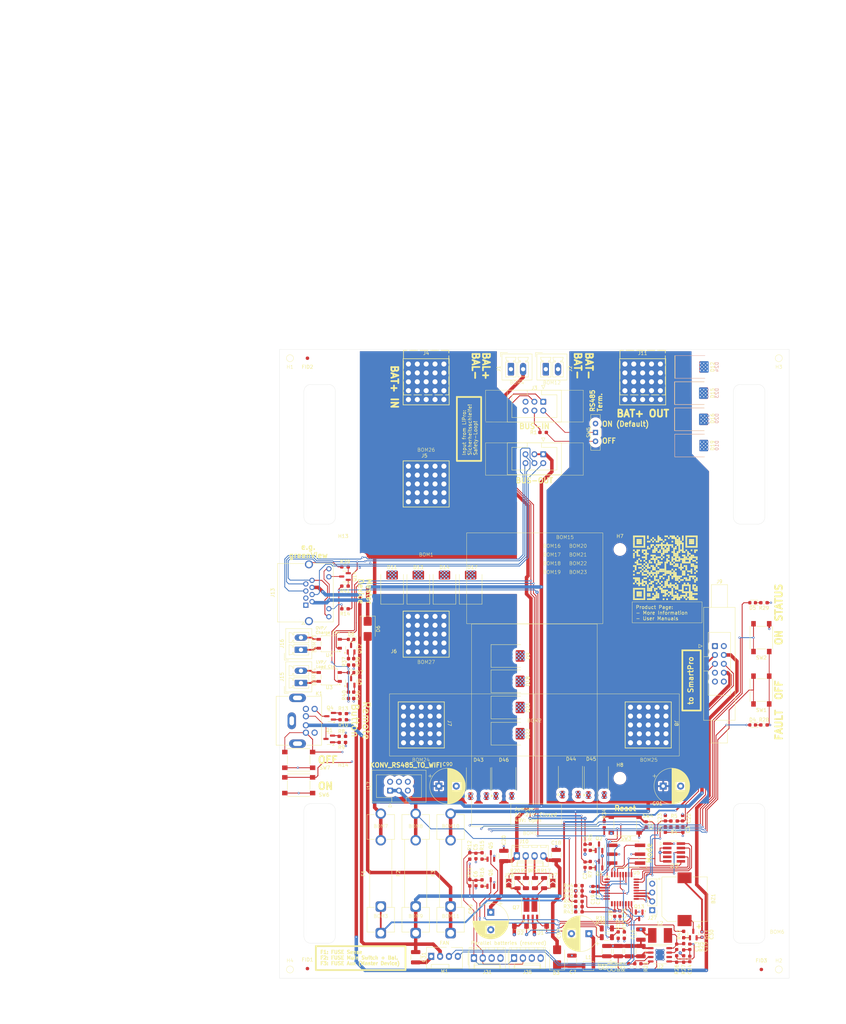
<source format=kicad_pcb>
(kicad_pcb
	(version 20241229)
	(generator "pcbnew")
	(generator_version "9.0")
	(general
		(thickness 1.627)
		(legacy_teardrops no)
	)
	(paper "A3" portrait)
	(layers
		(0 "F.Cu" signal)
		(4 "In1.Cu" signal)
		(6 "In2.Cu" signal)
		(8 "In3.Cu" signal)
		(10 "In4.Cu" signal)
		(2 "B.Cu" signal)
		(9 "F.Adhes" user "F.Adhesive")
		(11 "B.Adhes" user "B.Adhesive")
		(13 "F.Paste" user)
		(15 "B.Paste" user)
		(5 "F.SilkS" user "F.Silkscreen")
		(7 "B.SilkS" user "B.Silkscreen")
		(1 "F.Mask" user)
		(3 "B.Mask" user)
		(17 "Dwgs.User" user "User.Drawings")
		(19 "Cmts.User" user "User.Comments")
		(21 "Eco1.User" user "User.Eco1")
		(23 "Eco2.User" user "User.Eco2")
		(25 "Edge.Cuts" user)
		(27 "Margin" user)
		(31 "F.CrtYd" user "F.Courtyard")
		(29 "B.CrtYd" user "B.Courtyard")
		(35 "F.Fab" user)
		(33 "B.Fab" user)
		(39 "User.1" user)
		(41 "User.2" user)
		(43 "User.3" user)
		(45 "User.4" user)
		(47 "User.5" user)
		(49 "User.6" user)
		(51 "User.7" user)
		(53 "User.8" user)
		(55 "User.9" user)
	)
	(setup
		(stackup
			(layer "F.SilkS"
				(type "Top Silk Screen")
			)
			(layer "F.Paste"
				(type "Top Solder Paste")
			)
			(layer "F.Mask"
				(type "Top Solder Mask")
				(thickness 0.01)
			)
			(layer "F.Cu"
				(type "copper")
				(thickness 0.07)
			)
			(layer "dielectric 1"
				(type "prepreg")
				(thickness 0.1)
				(material "FR4")
				(epsilon_r 4.5)
				(loss_tangent 0.02)
			)
			(layer "In1.Cu"
				(type "copper")
				(thickness 0.07)
			)
			(layer "dielectric 2"
				(type "core")
				(thickness 0.4785)
				(material "FR4")
				(epsilon_r 4.5)
				(loss_tangent 0.02)
			)
			(layer "In2.Cu"
				(type "copper")
				(thickness 0.07)
			)
			(layer "dielectric 3"
				(type "prepreg")
				(thickness 0.1)
				(material "FR4")
				(epsilon_r 4.5)
				(loss_tangent 0.02)
			)
			(layer "In3.Cu"
				(type "copper")
				(thickness 0.035)
			)
			(layer "dielectric 4"
				(type "core")
				(thickness 0.4785)
				(material "FR4")
				(epsilon_r 4.5)
				(loss_tangent 0.02)
			)
			(layer "In4.Cu"
				(type "copper")
				(thickness 0.035)
			)
			(layer "dielectric 5"
				(type "prepreg")
				(thickness 0.1)
				(material "FR4")
				(epsilon_r 4.5)
				(loss_tangent 0.02)
			)
			(layer "B.Cu"
				(type "copper")
				(thickness 0.07)
			)
			(layer "B.Mask"
				(type "Bottom Solder Mask")
				(thickness 0.01)
			)
			(layer "B.Paste"
				(type "Bottom Solder Paste")
			)
			(layer "B.SilkS"
				(type "Bottom Silk Screen")
			)
			(copper_finish "None")
			(dielectric_constraints no)
		)
		(pad_to_mask_clearance 0)
		(allow_soldermask_bridges_in_footprints no)
		(tenting front back)
		(aux_axis_origin 100 120)
		(grid_origin 173 120)
		(pcbplotparams
			(layerselection 0x00000000_00000000_55555555_5755f5ff)
			(plot_on_all_layers_selection 0x00000000_00000000_00000000_00000000)
			(disableapertmacros no)
			(usegerberextensions no)
			(usegerberattributes yes)
			(usegerberadvancedattributes yes)
			(creategerberjobfile yes)
			(dashed_line_dash_ratio 12.000000)
			(dashed_line_gap_ratio 3.000000)
			(svgprecision 4)
			(plotframeref no)
			(mode 1)
			(useauxorigin no)
			(hpglpennumber 1)
			(hpglpenspeed 20)
			(hpglpendiameter 15.000000)
			(pdf_front_fp_property_popups yes)
			(pdf_back_fp_property_popups yes)
			(pdf_metadata yes)
			(pdf_single_document no)
			(dxfpolygonmode yes)
			(dxfimperialunits yes)
			(dxfusepcbnewfont yes)
			(psnegative no)
			(psa4output no)
			(plot_black_and_white yes)
			(plotinvisibletext no)
			(sketchpadsonfab no)
			(plotpadnumbers no)
			(hidednponfab no)
			(sketchdnponfab yes)
			(crossoutdnponfab yes)
			(subtractmaskfromsilk no)
			(outputformat 1)
			(mirror no)
			(drillshape 1)
			(scaleselection 1)
			(outputdirectory "")
		)
	)
	(net 0 "")
	(net 1 "GND")
	(net 2 "Net-(J10-Pin_3)")
	(net 3 "VCC")
	(net 4 "Net-(Q3-B)")
	(net 5 "/RESET")
	(net 6 "/SET")
	(net 7 "/Ub_FUSED")
	(net 8 "Net-(D3-K)")
	(net 9 "Net-(SW5-A)")
	(net 10 "/BMS_OK")
	(net 11 "Net-(U2-VIN)")
	(net 12 "Net-(U2-BST)")
	(net 13 "Net-(U2-SW)")
	(net 14 "Net-(C14-Pad1)")
	(net 15 "Net-(Q4-B)")
	(net 16 "Net-(U2-FB)")
	(net 17 "/B")
	(net 18 "/A")
	(net 19 "Net-(J10-Pin_2)")
	(net 20 "/BTN_ON")
	(net 21 "/BTN_OFF")
	(net 22 "/control/SWCLK")
	(net 23 "Net-(J12-~{RESET})")
	(net 24 "Net-(Q5-B)")
	(net 25 "/control/SWDIO")
	(net 26 "unconnected-(J12-KEY-Pad7)")
	(net 27 "Net-(JP8-A)")
	(net 28 "Net-(Q1-B)")
	(net 29 "/LVP")
	(net 30 "/OVP")
	(net 31 "Net-(Q2-B)")
	(net 32 "Net-(Q6-B)")
	(net 33 "/LED_ERROR")
	(net 34 "/LED_ON")
	(net 35 "Net-(U2-EN{slash}UVLO)")
	(net 36 "Net-(U2-RON)")
	(net 37 "/BMS_OK_PROTECTED")
	(net 38 "/control/R2")
	(net 39 "/control/R1")
	(net 40 "/control/BTN_OFF")
	(net 41 "/control/BTN_ON")
	(net 42 "Net-(BZ1--)")
	(net 43 "unconnected-(U2-PGOOD-Pad6)")
	(net 44 "/~{OC_FAULT}")
	(net 45 "/LVP_IN")
	(net 46 "/OVP_IN")
	(net 47 "Net-(D4-K)")
	(net 48 "Net-(D5-K)")
	(net 49 "/control/RELAIS_RESET")
	(net 50 "/control/RELAIS_SET")
	(net 51 "unconnected-(J3-Pin_5-Pad5)")
	(net 52 "unconnected-(J3-Pin_6-Pad6)")
	(net 53 "Net-(J13-Pad10)")
	(net 54 "Net-(Q14-C)")
	(net 55 "/BAT+_IN")
	(net 56 "Net-(J9-Pin_3)")
	(net 57 "/BAT+_SI")
	(net 58 "/BAT+_OUT")
	(net 59 "unconnected-(J9-Pin_7-Pad7)")
	(net 60 "/B_OUT")
	(net 61 "/A_OUT")
	(net 62 "/GND_OUT")
	(net 63 "/+5V_OUT")
	(net 64 "Net-(D6-A)")
	(net 65 "/~{OC_FAULT_PROTECTED}")
	(net 66 "/VCC_FROM_EASY_SWITCH")
	(net 67 "unconnected-(SW5-C-Pad2)")
	(net 68 "Net-(D7-A)")
	(net 69 "Net-(D8-A)")
	(net 70 "Net-(D6-K)")
	(net 71 "Net-(D7-K)")
	(net 72 "Net-(D8-K)")
	(net 73 "Net-(J15-Pin_2)")
	(net 74 "Net-(J15-Pin_1)")
	(net 75 "Net-(J16-Pin_1)")
	(net 76 "Net-(J16-Pin_2)")
	(net 77 "Net-(Q1-C)")
	(net 78 "Net-(Q4-C)")
	(net 79 "Net-(Q1-E)")
	(net 80 "Net-(Q4-E)")
	(net 81 "Net-(Q9-E)")
	(net 82 "Net-(Q12-E)")
	(net 83 "Net-(Q14-E)")
	(net 84 "Net-(Q9-B)")
	(net 85 "Net-(JP7-A)")
	(net 86 "Net-(R17-Pad1)")
	(net 87 "Net-(R19-Pad2)")
	(net 88 "Net-(Q12-B)")
	(net 89 "Net-(Q14-B)")
	(net 90 "unconnected-(J21-Pin_4-Pad4)")
	(net 91 "unconnected-(J21-Pin_3-Pad3)")
	(net 92 "unconnected-(J25-Pin_3-Pad3)")
	(net 93 "unconnected-(J25-Pin_4-Pad4)")
	(net 94 "/control/ADC1_IN3_U_IN")
	(net 95 "/control/ADC1_IN4_U_OUT")
	(net 96 "/control/USART1_TX")
	(net 97 "/control/USART1_RX")
	(net 98 "/control/FAN_TACHO")
	(net 99 "Net-(M1-PWM)")
	(net 100 "Net-(Q11-B)")
	(net 101 "/control/FAN_PWM")
	(net 102 "/control/buzzer")
	(net 103 "Net-(U5-PB7)")
	(net 104 "Net-(U5-PB8)")
	(net 105 "Net-(U5-PB9)")
	(net 106 "Net-(U5-PB6)")
	(net 107 "unconnected-(U5-PA5-Pad12)")
	(net 108 "unconnected-(U5-PA2-Pad9)")
	(net 109 "unconnected-(U5-PA11-Pad22)")
	(net 110 "unconnected-(U5-PA10-Pad21)")
	(footprint "Package_SO:SO-4_4.4x4.3mm_P2.54mm" (layer "F.Cu") (at 114.25 213.75 180))
	(footprint "Capacitor_SMD:C_0603_1608Metric" (layer "F.Cu") (at 187.5 267.5 90))
	(footprint "Connector_IDC:IDC-Header_2x03_P2.54mm_Vertical" (layer "F.Cu") (at 175.54 150 -90))
	(footprint "Resistor_SMD:R_0603_1608Metric_Pad0.98x0.95mm_HandSolder" (layer "F.Cu") (at 175.5 143.75))
	(footprint "Connector:FanPinHeader_1x04_P2.54mm_Vertical" (layer "F.Cu") (at 143.45 293.75))
	(footprint "Diode_SMD:D_SMC" (layer "F.Cu") (at 147.25 188 90))
	(footprint "Capacitor_SMD:C_0603_1608Metric" (layer "F.Cu") (at 187.5 262.5 90))
	(footprint "LED_SMD:LED_0603_1608Metric" (layer "F.Cu") (at 120.5 203 180))
	(footprint "myPackage_SO:HSOP-8-1EP_3.9x4.9mm_P1.27mm_EP2.41x3.1mm_ThermalVias_0.3mm" (layer "F.Cu") (at 208.955 293.3))
	(footprint "Capacitor_SMD:C_0603_1608Metric" (layer "F.Cu") (at 156.25 272.75 90))
	(footprint "Fiducial:Fiducial_1mm_Mask3mm" (layer "F.Cu") (at 108 297.25))
	(footprint "Package_TO_SOT_SMD:SOT-23" (layer "F.Cu") (at 120.5 205.675 90))
	(footprint "Resistor_SMD:R_1206_3216Metric" (layer "F.Cu") (at 170.57 272.775 -90))
	(footprint "myBOM:BOM_PART_2x2mm" (layer "F.Cu") (at 139 265))
	(footprint "myWürthSHFU:WP-SHFU_7461098_HAL_gewinkelt" (layer "F.Cu") (at 204 129.25))
	(footprint "Resistor_SMD:R_0603_1608Metric_Pad0.98x0.95mm_HandSolder" (layer "F.Cu") (at 185.75 275))
	(footprint "Resistor_SMD:R_0603_1608Metric_Pad0.98x0.95mm_HandSolder" (layer "F.Cu") (at 198.75 287.6625 -90))
	(footprint "Connector_Phoenix_MC:PhoenixContact_MCV_1,5_2-G-3.5_1x02_P3.50mm_Vertical" (layer "F.Cu") (at 166.2675 125.6425))
	(footprint "Connector_Phoenix_MC:PhoenixContact_MCV_1,5_2-G-3.5_1x02_P3.50mm_Vertical" (layer "F.Cu") (at 106.1425 205.9825 90))
	(footprint "Capacitor_SMD:C_1210_3225Metric" (layer "F.Cu") (at 179.25 264.75 90))
	(footprint "Resistor_SMD:R_1206_3216Metric" (layer "F.Cu") (at 193.75 288.25 180))
	(footprint "Resistor_SMD:R_0603_1608Metric_Pad0.98x0.95mm_HandSolder" (layer "F.Cu") (at 238.75 192.5))
	(footprint "LED_SMD:LED_0603_1608Metric" (layer "F.Cu") (at 120.5 212.5 180))
	(footprint "Resistor_SMD:R_0603_1608Metric_Pad0.98x0.95mm_HandSolder" (layer "F.Cu") (at 118.75 182.25 180))
	(footprint "Resistor_SMD:R_0603_1608Metric_Pad0.98x0.95mm_HandSolder" (layer "F.Cu") (at 118.25 224.25))
	(footprint "Capacitor_SMD:C_1210_3225Metric" (layer "F.Cu") (at 139 294 -90))
	(footprint "myBOM:BOM_PART_2x2mm" (layer "F.Cu") (at 242.5 288.25))
	(footprint "Resistor_SMD:R_0603_1608Metric_Pad0.98x0.95mm_HandSolder" (layer "F.Cu") (at 200 296.75 -90))
	(footprint "Resistor_SMD:R_1206_3216Metric" (layer "F.Cu") (at 175.77 272.775 -90))
	(footprint "Connector_IDC:IDC-Header_2x05_P2.54mm_Latch6.5mm_Vertical"
		(layer "F.Cu")
		(uuid "2565429f-3873-49c7-8a65-801c8ef02f44")
		(at 224.71 204.92)
		(descr "Through hole IDC header, 2x05, 2.54mm pitch, DIN 41651 / IEC 60603-13, double rows, 6.5mm latches, https://docs.google.com/spreadsheets/d/16SsEcesNF15N3Lb4niX7dcUr-NY5_MFPQhobNuNppn4/edit#gid=0")
		(tags "Through hole vertical IDC header THT 2x05 2.54mm double row")
		(property "Reference" "J9"
			(at 1.27 -18.47 0)
			(layer "F.SilkS")
			(uuid "695b78bd-9953-4937-927b-f5c909ee16df")
			(effects
				(font
					(size 1 1)
					(thickness 0.15)
				)
			)
		)
		(property "Value" "Conn_02x05_Odd_Even"
			(at 1.27 28.63 0)
			(layer "F.Fab")
			(uuid "636d26fe-a218-4c00-b6f9-290b50d71cba")
			(effects
				(font
					(size 1 1)
					(thickness 0.15)
				)
			)
		)
		(property "Datasheet" ""
			(at 0 0 0)
			(unlocked yes)
			(layer "F.Fab")
			(hide yes)
			(uuid "d9b668b1-744c-4f8f-abdc-f2bc59b29c9a")
			(effects
				(font
					(size 1.27 1.27)
					(thickness 0.15)
				)
			)
		)
		(property "Description" "WANNENSTIFTLEISTE MIT VERRIEGELUNG 2X5-POL RM2,54 GERADE THT"
			(at 0 0 0)
			(unlocked yes)
			(layer "F.Fab")
			(hide yes)
			(uuid "7655bb6c-245b-47b3-ae67-19b05ad9d0b2")
			(effects
				(font
					(size 1.27 1.27)
					(thickness 0.15)
				)
			)
		)
		(property "ECS Art#" "CON436"
			(at 0 0 0)
			(unlocked yes)
			(layer "F.Fab")
			(hide yes)
			(uuid "8c6ce9a5-93db-4ae4-9e3f-49d38bb40124")
			(effects
				(font
					(size 1 1)
					(thickness 0.15)
				)
			)
		)
		(property "HAN" "61201022821"
			(at 0 0 0)
			(unlocked yes)
			(layer "F.Fab")
			(hide yes)
			(uuid "4221116c-40ef-423d-9fb0-1055f970a582")
			(effects
				(font
					(size 1 1)
					(thickness 0.15)
				)
			)
		)
		(property "Hersteller" "Würth"
			(at 0 0 0)
			(unlocked yes)
			(layer "F.Fab")
			(hide yes)
			(uuid "b42aa7b2-ee4d-4e0f-b1c3-6e3c50ccea63")
			(effects
				(font
					(size 1 1)
					(thickness 0.15)
				)
			)
		)
		(property ki_fp_filters "Connector*:*_2x??_*")
		(path "/c4c3f762-ec0b-45e6-8085-05ea1959ec66")
		(sheetname "/")
		(sheetfile "powerPro.kicad_sch")
		(attr through_hole)
		(fp_line
			(start -4.63 -0.5)
			(end -4.63 0.5)
			(stroke
				(width 0.12)
				(type solid)
			)
			(layer "F.SilkS")
			(uuid "2f37e0bd-f268-4ffe-92dd-1da9b81a8afa")
		)
		(fp_line
			(start -4.63 0.5)
			(end -3.63 0)
			(stroke
				(width 0.12)
				(type solid)
			)
			(layer "F.SilkS")
			(uuid "26c90631-64e4-4c2e-b87a-3389e34c8ec1")
		)
		(fp_line
			(start -3.63 0)
			(end -4.63 -0.5)
			(stroke
				(width 0.12)
				(type solid)
			)
			(layer "F.SilkS")
			(uuid "b53cc313-3156-4bd7-ad21-97770e7915f1")
		)
		(fp_line
			(start -3.24 -11.08)
			(end 5.78 -11.08)
			(stroke
				(width 0.12)
				(type solid)
			)
			(layer "F.SilkS")
			(uuid "e86c579c-8c8a-4f98-b7e4-cc3d892a5ac8")
		)
		(fp_line
			(start -3.24 3.03)
			(end -1.93 3.03)
			(stroke
				(width 0.12)
				(type solid)
			)
			(layer "F.SilkS")
			(uuid "423c3614-c8cb-4337-8e9d-e45d439d5707")
		)
		(fp_line
			(start -3.24 21.24)
			(end -3.24 -11.08)
			(stroke
				(width 0.12)
				(type solid)
			)
			(layer "F.SilkS")
			(uuid "25736b40-babd-45e9-bb2a-88d2954658db")
		)
		(fp_line
			(start -1.93 -3.92)
			(end 4.47 -3.92)
			(stroke
				(width 0.12)
				(type solid)
			)
			(layer "F.SilkS")
			(uuid "244f7c85-ac52-42da-b348-013c916bf93d")
		)
		(fp_line
			(start -1.93 3.03)
			(end -1.93 -3.92)
			(stroke
				(width 0.12)
				(type solid)
			)
			(layer "F.SilkS")
			(uuid "58d02464-f636-4ca3-b9e6-744336b9e584")
		)
		(fp_line
			(start -1.93 7.13)
			(end -3.24 7.13)
			(stroke
				(width 0.12)
				(type solid)
			)
			(layer "F.SilkS")
			(uuid "dd9e3505-0182-4e5f-b1ce-21104820600f")
		)
		(fp_line
			(start -1.93 7.13)
			(end -1.93 7.13)
			(stroke
				(width 0.12)
				(type solid)
			)
			(layer "F.SilkS")
			(uuid "b8c11a71-2b09-4572-a511-5c8b3664b4ee")
		)
		(fp_line
			(start -1.93 14.08)
			(end -1.93 7.13)
			(stroke
				(width 0.12)
				(type solid)
			)
			(layer "F.SilkS")
			(uuid "a3444c27-d8bc-4f70-a359-519493307fce")
		)
		(fp_line
			(start -1.04 -17.58)
			(end 3.58 -17.58)
			(stroke
				(width 0.12)
				(type solid)
			)
			(layer "F.SilkS")
			(uuid "775f5df5-8655-45a6-845b-b2ad2f234180")
		)
		(fp_line
			(start -1.04 -11.08)
			(end -1.04 -17.58)
			(stroke
				(width 0.12)
				(type solid)
			)
			(layer "F.SilkS")
			(uuid "ed7f8137-21e5-403c-b2db-f7eb34231c6e")
		)
		(fp_line
			(start -1.04 21.24)
			(end -1.04 27.74)
			(stroke
				(width 0.12)
				(type solid)
			)
			(layer "F.SilkS")
			(uuid "890b7579-c2b2-4cb7-9390-1f905ec0b0b9")
		)
		(fp_line
			(start -1.04 27.74)
			(end 3.58 27.74)
			(stroke
				(width 0.12)
				(type solid)
			)
			(layer "F.SilkS")
			(uuid "69ead86c-f650-4783-9069-40f613bd8587")
		)
		(fp_line
			(start 3.58 -17.58)
			(end 3.58 -11.08)
			(stroke
				(width 0.12)
				(type solid)
			)
			(layer "F.SilkS")
			(uuid "4b5d84b3-de30-43bc-9c5b-d5e360449928")
		)
		(fp_line
			(start 3.58 27.74)
			(end 3.58 21.24)
			(stroke
				(width 0.12)
				(type solid)
			)
			(layer "F.SilkS")
			(uuid "c60d122d-f8bf-4f4f-8670-2586c6420b01")
		)
		(fp_line
			(start 4.47 -3.92)
			(end 4.47 14.08)
			(stroke
				(width 0.12)
				(type solid)
			)
			(layer "F.SilkS")
			(uuid "991b074a-9e9d-4fd6-92e6-48ed03a89f65")
		)
		(fp_line
			(start 4.47 14.08)
			(end -1.93 14.08)
			(stroke
				(width 0.12)
				(type solid)
			)
			(layer "F.SilkS")
			(uuid "856733d4-0489-43d5-8af2-0e0d6f7917da")
		)
		(fp_line
			(start 5.78 -11.08)
			(end 5.78 21.24)
			(stroke
				(width 0.12)
				(type solid)
			)
			(layer "F.SilkS")
			(uuid "07bc5a77-06ea-44f4-924c-741876cbb948")
		)
		(fp_line
			(start 5.78 21.24)
			(end -3.24 21.24)
			(stroke
				(width 0.12)
				(type solid)
			)
			(layer "F.SilkS")
			(uuid "8e3fb67f-c5be-4332-8310-d70064183b1f")
		)
		(fp_line
			(start -3.63 -17.97)
			(end -3.63 28.13)
			(stroke
				(width 0.05)
				(type solid)
			)
			(layer "F.CrtYd")
			(uuid "e6edab57-87af-405a-a75c-a1ce1d222f4a")
		)
		(fp_line
			(start -3.63 28.13)
			(end 6.17 28.13)
			(stroke
				(width 0.05)
				(type solid)
			)
			(layer "F.CrtYd")
			(uuid "b0f60957-dc51-4815-b135-a022eb290b62")
		)
		(fp_line
			(start 6.17 -17.97)
			(end -3.63 -17.97)
			(stroke
				(width 0.05)
				(type solid)
			)
			(layer "F.CrtYd")
			(uuid "1bdd0cf7-2ee6-42a8-94ec-f46d113e8160")
		)
		(fp_line
			(start 6.17 28.13)
			(end 6.17 -17.97)
			(stroke
				(width 0.05)
				(type solid)
			)
			(layer "F.CrtYd")
			(uuid "4da22b48-d43c-4b37-b196-03ca96909faf")
		)
		(fp_line
			(start -3.13 -9.97)
			(end -2.13 -10.97)
			(stroke
				(width 0.1)
				(type solid)
			)
			(layer "F.Fab")
			(uuid "58363803-c19a-4584-bb31-178c14d2c75f")
		)
		(fp_line
			(start -3.13 3.03)
			(end -1.93 3.03)
			(stroke
				(width 0.1)
				(type solid)
			)
			(layer "F.Fab")
			(uuid "0a1b11c0-f24c-4ea7-b959-6f4cacd94585")
		)
		(fp_line
			(start -3.13 21.13)
			(end -3.13 -9.97)
			(stroke
				(width 0.1)
				(type solid)
			)
			(layer "F.Fab")
			(uuid "9f61b724-a740-45a9-b351-4a7e61399fd6")
		)
		(fp_line
			(start -2.13 -10.97)
			(end 5.67 -10.97)
			(stroke
				(width 0.1)
				(type solid)
			)
			(layer "F.Fab")
			(uuid "a5d6c075-4f4e-493a-8ccb-21b295fcc6b1")
		)
		(fp_line
			(start -1.93 -3.92)
			(end 4.47 -3.92)
			(stroke
				(width 0.1)
				(type solid)
			)
			(layer "F.Fab")
			(uuid "081d6a6d-ff5f-4920-be88-bd44b63191b8")
		)
		(fp_line
			(start -1.93 3.03)
			(end -1.93 -3.92)
			(stroke
				(width 0.1)
				(type solid)
			)
			(layer "F.Fab")
			(uuid "8b002174-094e-4763-83da-78eb206f5a27")
		)
		(fp_line
			(start -1.93 7.13)
			(end -3.13 7.13)
			(stroke
				(width 0.1)
				(type solid)
			)
			(layer "F.Fab")
			(uuid "e68ef15e-b4f1-41d6-b9c6-344a4f3fadbc")
		)
		(fp_line
			(start -1.93 7.13)
			(end -1.93 7.13)
			(stroke
				(width 0.1)
				(type solid)
			)
			(layer "F.Fab")
			(uuid "1fb61b0b-0dac-47ef-b96a-0b325e364ead")
		)
		(fp_line
			(start -1.93 14.08)
			(end -1.93 7.13)
			(stroke
				(width 0.1)
				(type solid)
			)
			(layer "F.Fab")
			(uuid "f3864cca-3d4f-435b-a42d-a586178ae8e5")
		)
		(fp_line
			(start -0.93 -17.47)
			(end 3.47 -17.47)
			(stroke
				(width 0.1)
				(type solid)
			)
			(layer "F.Fab")
			(uuid "1b3eeea4-cdd4-4c15-b6c2-66be00bf1432")
		)
		(fp_line
			(start -0.93 -10.97)
			(end -0.93 -17.47)
			(stroke
				(width 0.1)
				(type solid)
			)
			(layer "F.Fab")
			(uuid "acd54f67-b5bd-482b-a40f-06a6ab01710f")
		)
		(fp_line
			(start -0.93 21.13)
			(end -0.93 27.63)
			(stroke
				(width 0.1)
				(type solid)
			)
			(layer "F.Fab")
			(uuid "0109e7c5-67a9-4dd8-a177-ac735ba5e65a")
		)
		(fp_line
			(start -0.93 27.63)
			(end 3.47 27.63)
			(stroke
				(width 0.1)
				(type solid)
			)
			(layer "F.Fab")
			(uuid "551cad28-197e-4eb9-bc99-35cea913c6fe")
		)
		(fp_line
			(start 3.47 -17.47)
			(end 3.47 -10.97)
			(stroke
				(width 0.1)
				(type solid)
			)
			(layer "F.Fab")
			(uuid "d64d97a8-4ee5-4549-97a0-2ef8932ed386")
		)
		(fp_line
			(start 3.47 27.63)
			(end 3.47 21.13)
			(stroke
				(width 0.1)
				(type solid)
			)
			(layer "F.Fab")
			(uuid "49761e8c-265a-49b3-a8cb-1824ad98daa0")
		)
		(fp_line
			(start 4.47 -3.92)
			(end 4.47 14.08)
			(stroke
				(width 0.1)
				(type solid)
			)
			(layer "F.Fab")
			(uuid "278321a7-f24d-469b-90c8-caf022058738")
		)
		(fp_line
			(start 4.47 14.08)
			(end -1.93 14.08)
			(stroke
				(width 0.1)
				(type solid)
			)
			(layer "F.Fab")
			(uuid "ef3cf524-80cb-458f-b001-d33566179c95")
		)
		(fp_line
			(start 5.67 -10.97)
			(end 5.67 21.13)
			(stroke
				(width 0.1)
				(type solid)
			)
			(layer "F.Fab")
			(uuid "bdf62993-bcaa-4019-8291-c8b18ac6cf6e")
		)
		(fp_line
			(start 5.67 21.13)
			(end -3.13 21.13)
			(stroke
				(width 0.1)
				(type solid)
			)
			(layer "F.Fab")
			(uuid "a23228c7-88fe-4f6d-8766-6f1ce7f20663")
		)
		(fp_text user "${REFERENCE}"
			(at 1.27 5.08 90)
			(layer "F.Fab")
			(uuid "fd184b21-13cc-4020-b430-e267faea1bc4")
			(effects
				(font
					(size 1 1)
					(thickness 0.15)
				)
			)
		)
		(pad "1" thru_hole roundrect
			(at 0 0)
			(size 1.7 1.7)
			(drill 1)
			(layers "*.Cu" "*.Mask")
			(remove_unused_layers no)
			(roundrect_rratio 0.147059)
			(net 1 "GND")
			(pinfunction "Pin_1")
			(pintype "passive")
			(uuid "ebc2dcb7-e908-4a7f-81f3-a3a048eef383")
		)
		(pad "2" thru_hole circle
			(at 2.54 0)
			(size 1.7 1.7)
			(drill 1)
			(layers "*.Cu" "*.Mask")
			(remove_unused_layers no)
			(net 1 "GND")
			(pinfunction "Pin_2")
			(pintype "passive")
			(uuid "a82d2b06-a6f8-42ed-9699-64c206f9deb1")
		)
		(pad "3" thru_hole circle
			(at 0 2.54)
			(size 1.7 1.7)
			(drill 1)
			(layers "*.Cu" "*.Mask")
			(remove_unused_layers no)
			(net 56 "Net-(J9-Pin_3)")
			(pinfunction "Pin_3")
			(pintype "passive")
			(uuid "67ac2497-5fe3-43ac-8885-e29198e42be4")
		)
		(pad "4" thru_hole circle
			(at 2.54 2.54)
			(size 1.7 1.7)
			(drill 1)
			(layers "*.Cu" "*.Mask")
			(remove_unused_layers no)
			(net 66 "/VCC_FROM_EASY_SWITCH")
			(pinfunction "Pin_4")
			(pintype "passive")
			(uuid "0c4ead8e-0d74-474c-97cf-b8fe65dc00ba")
		)
		(pad "5" thru_hole circle
			(at 0 5.08)
			(size 1.7 1.7)
			(drill 1)
			(layers "*.Cu" "*.Mask")
			(remove_unused_layers no)
			(net 44 "/~{OC_FAULT}")
			(pinfunction "Pin_5")
			(pintype "passive")
			(uuid "b4b96fcd-5507-4f6c-b9bd-318991acf5c2")
		)
		(pad "6" thru_hole circle
			(at 2.54 5.08)
			(size 1.7 1.7)
			(drill 1)
			(layers "*.Cu" "*.Mask")
			(remove_unused_layers no)
			(net 10 "/BMS_OK")
			(pinfunction "Pin_6")
			(pintype "passive")
			(uuid "4e0bca6f-e76e-4d17-9ea9-ad82f650a575")
		)
		(pad "7" thru_hole circle
			(at 0 7.62)
			(size 1.7 1.7)
			(drill 1)
			(layers "*.Cu" "*.Mask")
			(remove_unused_layers no)
			(net 59 "unconnected-(J9-Pin_7-Pad7)")
			(pinfunction "Pin_7")
			(pintype "passive+no_connect")
			(uuid "ca00d5c9-4124-449f-8214-af7892bf9b76")
		)
		(pad "8" thru_hole circle
			(at 2.54 7.62)
			(size 1.7 1.7)
			(drill 1)
			(layers "*.Cu" "*.Mask")
			(remove_unused_layers no)
			(net 70 "Net-(D6-K)")
			(pinfunction "Pin_8")
			(pintype "passive")
			(uuid "278def86-ca60-481b-938a-e796e7367d76")
		)
		(pad "9" thru_hole circle
			(at 0 10.16)
			(size 1.7 1.7)
			(drill 1)
			(layers "*.Cu" "*.Mask")
			(remove_unused_layers no)
			(net 1 "GND")
			(pinf
... [2289579 chars truncated]
</source>
